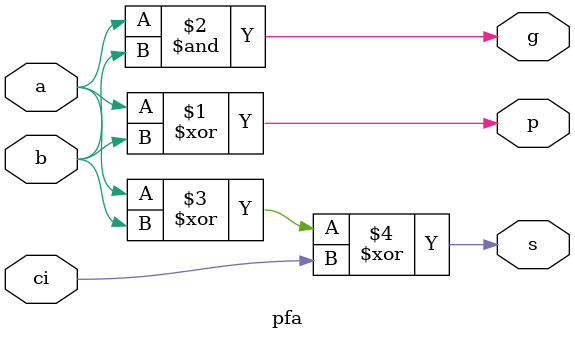
<source format=v>
module pfa(input a, input b, input ci, output p, output g, output s);


assign p = a ^ b;
assign g = a & b;
assign s = a ^ b ^ ci;

endmodule
</source>
